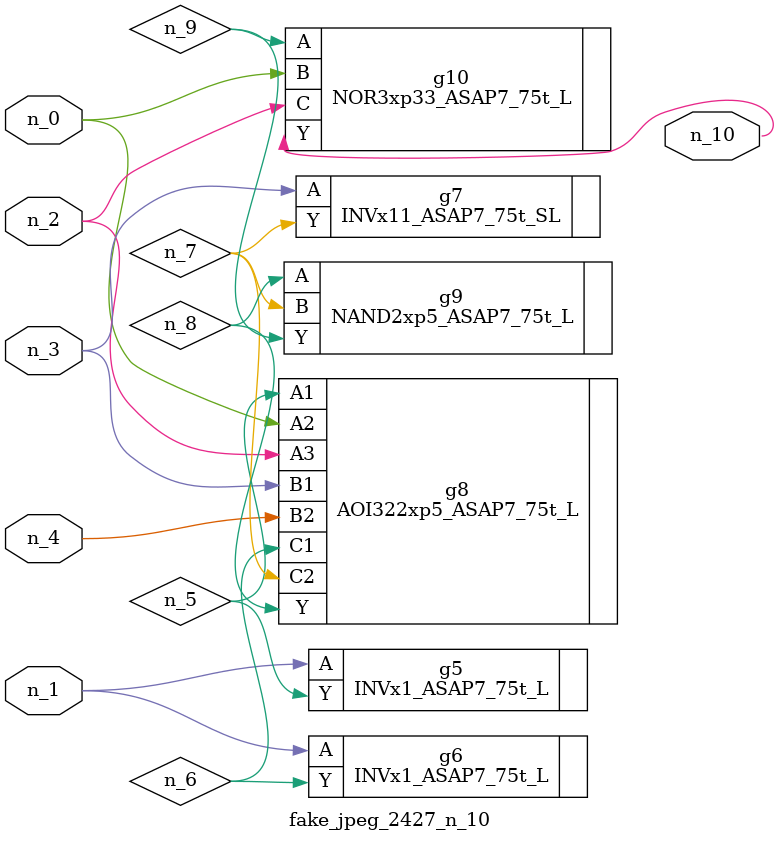
<source format=v>
module fake_jpeg_2427_n_10 (n_3, n_2, n_1, n_0, n_4, n_10);

input n_3;
input n_2;
input n_1;
input n_0;
input n_4;

output n_10;

wire n_8;
wire n_9;
wire n_6;
wire n_5;
wire n_7;

INVx1_ASAP7_75t_L g5 ( 
.A(n_1),
.Y(n_5)
);

INVx1_ASAP7_75t_L g6 ( 
.A(n_1),
.Y(n_6)
);

INVx11_ASAP7_75t_SL g7 ( 
.A(n_3),
.Y(n_7)
);

AOI322xp5_ASAP7_75t_L g8 ( 
.A1(n_5),
.A2(n_0),
.A3(n_2),
.B1(n_3),
.B2(n_4),
.C1(n_6),
.C2(n_7),
.Y(n_8)
);

NAND2xp5_ASAP7_75t_L g9 ( 
.A(n_8),
.B(n_7),
.Y(n_9)
);

NOR3xp33_ASAP7_75t_L g10 ( 
.A(n_9),
.B(n_0),
.C(n_2),
.Y(n_10)
);


endmodule
</source>
